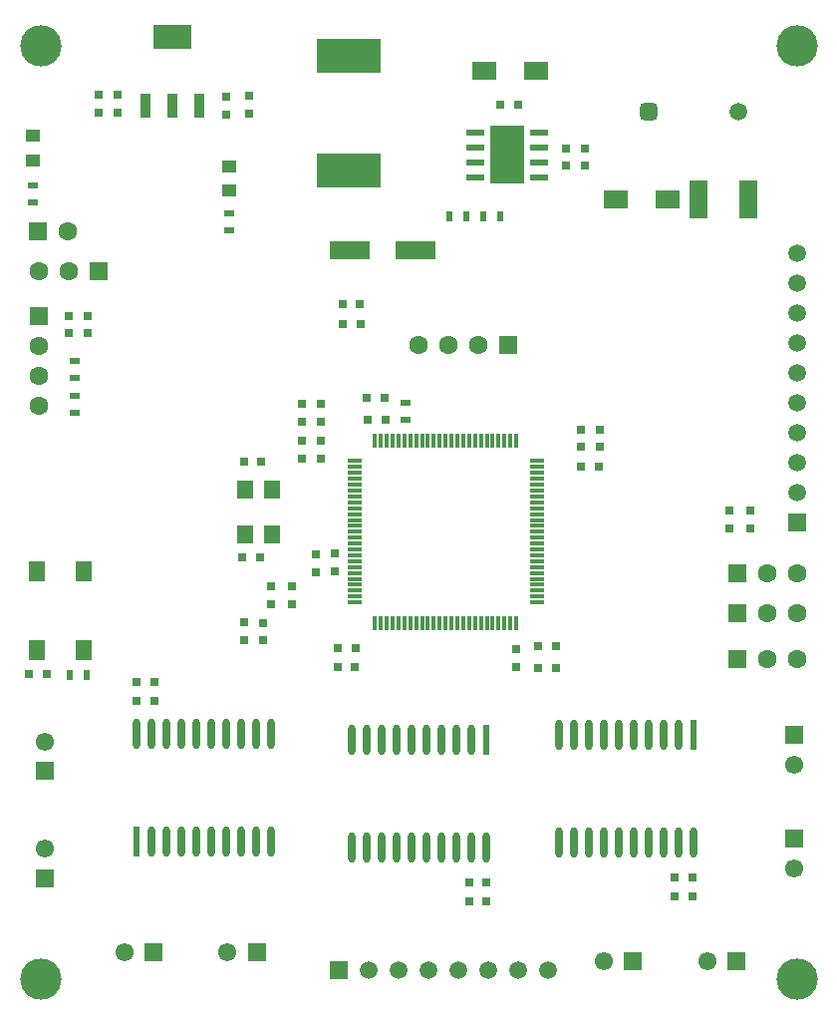
<source format=gbr>
G04*
G04 #@! TF.GenerationSoftware,Altium Limited,Altium Designer,22.9.1 (49)*
G04*
G04 Layer_Color=255*
%FSTAX24Y24*%
%MOIN*%
G70*
G04*
G04 #@! TF.SameCoordinates,D3726A14-7932-4F0B-9928-97F3702F6CAB*
G04*
G04*
G04 #@! TF.FilePolarity,Positive*
G04*
G01*
G75*
%ADD18R,0.0827X0.0610*%
%ADD19R,0.0315X0.0315*%
%ADD20R,0.0118X0.0472*%
%ADD21R,0.0472X0.0118*%
%ADD22R,0.0610X0.0236*%
%ADD23R,0.0315X0.0315*%
%ADD24R,0.0217X0.0354*%
G04:AMPARAMS|DCode=25|XSize=102.5mil|YSize=24.5mil|CornerRadius=12.2mil|HoleSize=0mil|Usage=FLASHONLY|Rotation=90.000|XOffset=0mil|YOffset=0mil|HoleType=Round|Shape=RoundedRectangle|*
%AMROUNDEDRECTD25*
21,1,0.1025,0.0000,0,0,90.0*
21,1,0.0780,0.0245,0,0,90.0*
1,1,0.0245,0.0000,0.0390*
1,1,0.0245,0.0000,-0.0390*
1,1,0.0245,0.0000,-0.0390*
1,1,0.0245,0.0000,0.0390*
%
%ADD25ROUNDEDRECTD25*%
%ADD26R,0.0245X0.1025*%
%ADD27R,0.0354X0.0217*%
%ADD28R,0.0610X0.1264*%
%ADD29R,0.2126X0.1142*%
%ADD30R,0.1378X0.0630*%
%ADD31R,0.0472X0.0433*%
%ADD32R,0.1280X0.0846*%
%ADD33R,0.0354X0.0846*%
%ADD34R,0.0551X0.0630*%
%ADD35R,0.0551X0.0669*%
%ADD53C,0.0610*%
%ADD54R,0.0610X0.0610*%
%ADD55R,0.0610X0.0610*%
%ADD63R,0.1161X0.1929*%
G04:AMPARAMS|DCode=65|XSize=59.1mil|YSize=59.1mil|CornerRadius=14.8mil|HoleSize=0mil|Usage=FLASHONLY|Rotation=0.000|XOffset=0mil|YOffset=0mil|HoleType=Round|Shape=RoundedRectangle|*
%AMROUNDEDRECTD65*
21,1,0.0591,0.0295,0,0,0.0*
21,1,0.0295,0.0591,0,0,0.0*
1,1,0.0295,0.0148,-0.0148*
1,1,0.0295,-0.0148,-0.0148*
1,1,0.0295,-0.0148,0.0148*
1,1,0.0295,0.0148,0.0148*
%
%ADD65ROUNDEDRECTD65*%
%ADD66C,0.0591*%
%ADD67C,0.1380*%
%ADD68R,0.0630X0.0630*%
%ADD69C,0.0630*%
%ADD70C,0.0598*%
%ADD71R,0.0598X0.0598*%
%ADD72R,0.0598X0.0598*%
%ADD73R,0.0630X0.0630*%
D18*
X021966Y027D02*
D03*
X015834Y0313D02*
D03*
X017566D02*
D03*
X020234Y027D02*
D03*
D19*
X0102Y01515D02*
D03*
Y014559D02*
D03*
X010832Y015165D02*
D03*
Y014575D02*
D03*
X01857Y028135D02*
D03*
Y028725D02*
D03*
X01922Y028135D02*
D03*
Y028725D02*
D03*
X009402Y013485D02*
D03*
Y014075D02*
D03*
X00872D02*
D03*
Y013485D02*
D03*
X008452Y012856D02*
D03*
Y012265D02*
D03*
X00782Y012875D02*
D03*
Y012285D02*
D03*
X01692Y011975D02*
D03*
Y011385D02*
D03*
X00293Y029925D02*
D03*
Y030515D02*
D03*
X00358Y029925D02*
D03*
Y030515D02*
D03*
X0072Y029859D02*
D03*
Y03045D02*
D03*
X00798Y029875D02*
D03*
Y030465D02*
D03*
X00973Y019575D02*
D03*
Y020165D02*
D03*
X01038Y018355D02*
D03*
Y018946D02*
D03*
Y019575D02*
D03*
Y020165D02*
D03*
X01972Y019325D02*
D03*
Y018735D02*
D03*
X00973Y018355D02*
D03*
Y018946D02*
D03*
X019088Y019325D02*
D03*
Y018735D02*
D03*
X02473Y016025D02*
D03*
Y016615D02*
D03*
X02403Y016025D02*
D03*
Y016615D02*
D03*
X001938Y023125D02*
D03*
Y022535D02*
D03*
X00257Y023125D02*
D03*
Y022535D02*
D03*
D20*
X012188Y018951D02*
D03*
X012385D02*
D03*
X012581D02*
D03*
X012778D02*
D03*
X012975D02*
D03*
X013172D02*
D03*
X013369D02*
D03*
X013566D02*
D03*
X013763D02*
D03*
X013959D02*
D03*
X014156D02*
D03*
X014353D02*
D03*
X01455D02*
D03*
X014747D02*
D03*
X014944D02*
D03*
X015141D02*
D03*
X015337D02*
D03*
X015534D02*
D03*
X015731D02*
D03*
X015928D02*
D03*
X016125D02*
D03*
X016322D02*
D03*
X016518D02*
D03*
X016715D02*
D03*
X016912D02*
D03*
Y012849D02*
D03*
X016715D02*
D03*
X016518D02*
D03*
X016322D02*
D03*
X016125D02*
D03*
X015928D02*
D03*
X015731D02*
D03*
X015534D02*
D03*
X015337D02*
D03*
X015141D02*
D03*
X014944D02*
D03*
X014747D02*
D03*
X01455D02*
D03*
X014353D02*
D03*
X014156D02*
D03*
X013959D02*
D03*
X013763D02*
D03*
X013566D02*
D03*
X013369D02*
D03*
X013172D02*
D03*
X012975D02*
D03*
X012778D02*
D03*
X012581D02*
D03*
X012385D02*
D03*
X012188D02*
D03*
D21*
X017601Y018262D02*
D03*
Y018065D02*
D03*
Y017868D02*
D03*
Y017672D02*
D03*
Y017475D02*
D03*
Y017278D02*
D03*
Y017081D02*
D03*
Y016884D02*
D03*
Y016687D02*
D03*
Y016491D02*
D03*
Y016294D02*
D03*
Y016097D02*
D03*
Y0159D02*
D03*
Y015703D02*
D03*
Y015506D02*
D03*
Y015309D02*
D03*
Y015113D02*
D03*
Y014916D02*
D03*
Y014719D02*
D03*
Y014522D02*
D03*
Y014325D02*
D03*
Y014128D02*
D03*
Y013931D02*
D03*
Y013735D02*
D03*
Y013538D02*
D03*
X011499D02*
D03*
Y013735D02*
D03*
Y013931D02*
D03*
Y014128D02*
D03*
Y014325D02*
D03*
Y014522D02*
D03*
Y014719D02*
D03*
Y014916D02*
D03*
Y015113D02*
D03*
Y015309D02*
D03*
Y015506D02*
D03*
Y015703D02*
D03*
Y0159D02*
D03*
Y016097D02*
D03*
Y016294D02*
D03*
Y016491D02*
D03*
Y016687D02*
D03*
Y016884D02*
D03*
Y017081D02*
D03*
Y017278D02*
D03*
Y017475D02*
D03*
Y017672D02*
D03*
Y017868D02*
D03*
Y018065D02*
D03*
Y018262D02*
D03*
D22*
X015537Y02925D02*
D03*
Y02875D02*
D03*
Y02825D02*
D03*
Y02775D02*
D03*
X017663D02*
D03*
Y02825D02*
D03*
Y02875D02*
D03*
Y02925D02*
D03*
D23*
X016385Y03018D02*
D03*
X016975D02*
D03*
X011525Y011368D02*
D03*
X010935D02*
D03*
X01155Y012D02*
D03*
X010959D02*
D03*
X017651Y01135D02*
D03*
X018241D02*
D03*
X017651Y01207D02*
D03*
X018241D02*
D03*
X011959Y01965D02*
D03*
X01255D02*
D03*
X0111Y0235D02*
D03*
X011691D02*
D03*
X011109Y02285D02*
D03*
X0117D02*
D03*
X0228Y00435D02*
D03*
X022209D02*
D03*
X0228Y0037D02*
D03*
X022209D02*
D03*
X015925Y004162D02*
D03*
X015335D02*
D03*
X015925Y00353D02*
D03*
X015335D02*
D03*
X004225Y010255D02*
D03*
X004815D02*
D03*
X004225Y010886D02*
D03*
X004815D02*
D03*
X00835Y015052D02*
D03*
X007759D02*
D03*
X0078Y01825D02*
D03*
X008391D02*
D03*
X0012Y011142D02*
D03*
X000609D02*
D03*
X019075Y01807D02*
D03*
X019665D02*
D03*
X011925Y02037D02*
D03*
X012515D02*
D03*
D24*
X015807Y02645D02*
D03*
X016378D02*
D03*
X014665D02*
D03*
X015235D02*
D03*
X001979Y011102D02*
D03*
X00255D02*
D03*
D25*
X0042Y00914D02*
D03*
X0047D02*
D03*
X0052D02*
D03*
X0057D02*
D03*
X0062D02*
D03*
X0067D02*
D03*
X0072D02*
D03*
X0077D02*
D03*
X0082D02*
D03*
X0087D02*
D03*
Y005545D02*
D03*
X0082D02*
D03*
X0077D02*
D03*
X0072D02*
D03*
X0067D02*
D03*
X0062D02*
D03*
X0057D02*
D03*
X0052D02*
D03*
X0047D02*
D03*
X02285Y005503D02*
D03*
X02235D02*
D03*
X02185D02*
D03*
X02135D02*
D03*
X02085D02*
D03*
X02035D02*
D03*
X01985D02*
D03*
X01935D02*
D03*
X01885D02*
D03*
X01835D02*
D03*
Y009097D02*
D03*
X01885D02*
D03*
X01935D02*
D03*
X01985D02*
D03*
X02035D02*
D03*
X02085D02*
D03*
X02135D02*
D03*
X02185D02*
D03*
X02235D02*
D03*
X0159Y005353D02*
D03*
X0154D02*
D03*
X0149D02*
D03*
X0144D02*
D03*
X0139D02*
D03*
X0134D02*
D03*
X0129D02*
D03*
X0124D02*
D03*
X0119D02*
D03*
X0114D02*
D03*
Y008947D02*
D03*
X0119D02*
D03*
X0124D02*
D03*
X0129D02*
D03*
X0134D02*
D03*
X0139D02*
D03*
X0144D02*
D03*
X0149D02*
D03*
X0154D02*
D03*
D26*
X0042Y005545D02*
D03*
X02285Y009097D02*
D03*
X0159Y008947D02*
D03*
D27*
X013214Y020221D02*
D03*
Y01965D02*
D03*
X00075Y026915D02*
D03*
Y027485D02*
D03*
X0073Y025983D02*
D03*
Y026554D02*
D03*
X00215Y021029D02*
D03*
Y0216D02*
D03*
Y020435D02*
D03*
Y019865D02*
D03*
D28*
X023023Y027D02*
D03*
X024677D02*
D03*
D29*
X0113Y027991D02*
D03*
Y031809D02*
D03*
D30*
X013552Y0253D02*
D03*
X011348D02*
D03*
D31*
X00075Y028323D02*
D03*
Y02915D02*
D03*
X0073Y0273D02*
D03*
Y028127D02*
D03*
D32*
X005407Y032454D02*
D03*
D33*
X006309Y030146D02*
D03*
X005407D02*
D03*
X004505D02*
D03*
D34*
X008753Y017317D02*
D03*
Y015821D02*
D03*
X007847D02*
D03*
Y017317D02*
D03*
D35*
X000863Y011931D02*
D03*
Y014569D02*
D03*
X002437Y011931D02*
D03*
Y014569D02*
D03*
D53*
X0262Y00465D02*
D03*
X01984Y00155D02*
D03*
X023296D02*
D03*
X0262Y008116D02*
D03*
X007256Y00185D02*
D03*
X0038D02*
D03*
X00115Y0053D02*
D03*
Y008884D02*
D03*
D54*
X0262Y005634D02*
D03*
Y0091D02*
D03*
X00115Y004316D02*
D03*
Y0079D02*
D03*
D55*
X020824Y00155D02*
D03*
X02428D02*
D03*
X008241Y00185D02*
D03*
X004784D02*
D03*
D63*
X0166Y0285D02*
D03*
D65*
X021334Y029938D02*
D03*
D66*
X024334D02*
D03*
D67*
X0263Y03215D02*
D03*
X001D02*
D03*
Y00095D02*
D03*
X0263D02*
D03*
D68*
X0243Y01165D02*
D03*
X01665Y02215D02*
D03*
X0243Y0145D02*
D03*
X00295Y0246D02*
D03*
X0009Y025936D02*
D03*
X0243Y013164D02*
D03*
D69*
X0253Y01165D02*
D03*
X0263D02*
D03*
X01365Y02215D02*
D03*
X01465D02*
D03*
X01565D02*
D03*
X00095Y0201D02*
D03*
Y0211D02*
D03*
Y0221D02*
D03*
X0253Y0145D02*
D03*
X0263D02*
D03*
X00195Y0246D02*
D03*
X00095D02*
D03*
X0019Y025936D02*
D03*
X0253Y013164D02*
D03*
X0263D02*
D03*
D70*
X01796Y00125D02*
D03*
X01696D02*
D03*
X01296D02*
D03*
X01196D02*
D03*
X01396D02*
D03*
X01496D02*
D03*
X01596D02*
D03*
X0263Y022204D02*
D03*
Y018204D02*
D03*
Y017204D02*
D03*
Y019204D02*
D03*
Y020204D02*
D03*
Y021204D02*
D03*
Y023204D02*
D03*
Y024204D02*
D03*
Y025204D02*
D03*
D71*
X01096Y00125D02*
D03*
D72*
X0263Y016204D02*
D03*
D73*
X00095Y0231D02*
D03*
M02*

</source>
